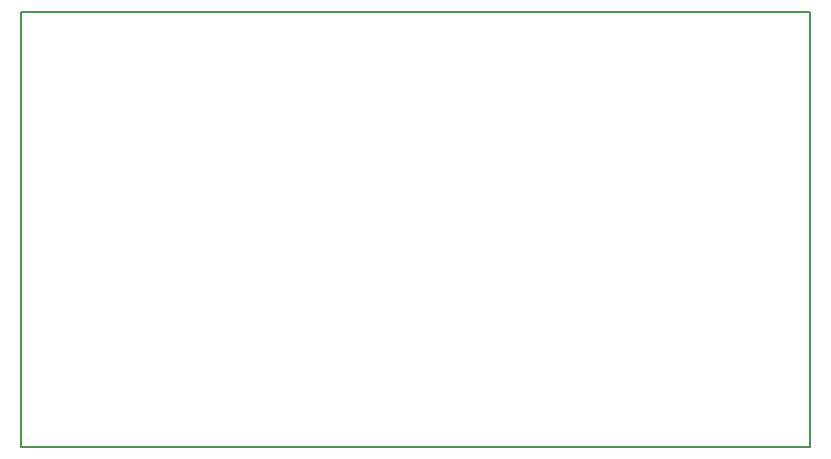
<source format=gbo>
G04 MADE WITH FRITZING*
G04 WWW.FRITZING.ORG*
G04 DOUBLE SIDED*
G04 HOLES PLATED*
G04 CONTOUR ON CENTER OF CONTOUR VECTOR*
%ASAXBY*%
%FSLAX23Y23*%
%MOIN*%
%OFA0B0*%
%SFA1.0B1.0*%
%ADD10R,2.637800X1.456690X2.621800X1.440690*%
%ADD11C,0.008000*%
%LNSILK0*%
G90*
G70*
G54D11*
X4Y1453D02*
X2634Y1453D01*
X2634Y4D01*
X4Y4D01*
X4Y1453D01*
D02*
G04 End of Silk0*
M02*
</source>
